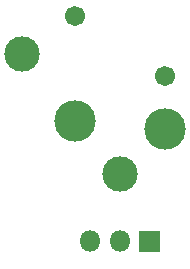
<source format=gbs>
%TF.GenerationSoftware,KiCad,Pcbnew,(5.1.12-1-10_14)*%
%TF.CreationDate,2021-12-10T03:56:51-06:00*%
%TF.ProjectId,xlr_breakout_board,786c725f-6272-4656-916b-6f75745f626f,0.0.1*%
%TF.SameCoordinates,Original*%
%TF.FileFunction,Soldermask,Bot*%
%TF.FilePolarity,Negative*%
%FSLAX46Y46*%
G04 Gerber Fmt 4.6, Leading zero omitted, Abs format (unit mm)*
G04 Created by KiCad (PCBNEW (5.1.12-1-10_14)) date 2021-12-10 03:56:51*
%MOMM*%
%LPD*%
G01*
G04 APERTURE LIST*
%ADD10C,1.701600*%
%ADD11C,3.001600*%
%ADD12C,3.501600*%
%ADD13O,1.801600X1.801600*%
G04 APERTURE END LIST*
D10*
%TO.C,J1*%
X3810000Y13970000D03*
X-3810000Y19050000D03*
D11*
X-8250000Y15880000D03*
X0Y5710000D03*
D12*
X3810000Y9525000D03*
X-3810000Y10160000D03*
%TD*%
D13*
%TO.C,J2*%
X-2540000Y0D03*
X0Y0D03*
G36*
G01*
X1690000Y900800D02*
X3390000Y900800D01*
G75*
G02*
X3440800Y850000I0J-50800D01*
G01*
X3440800Y-850000D01*
G75*
G02*
X3390000Y-900800I-50800J0D01*
G01*
X1690000Y-900800D01*
G75*
G02*
X1639200Y-850000I0J50800D01*
G01*
X1639200Y850000D01*
G75*
G02*
X1690000Y900800I50800J0D01*
G01*
G37*
%TD*%
M02*

</source>
